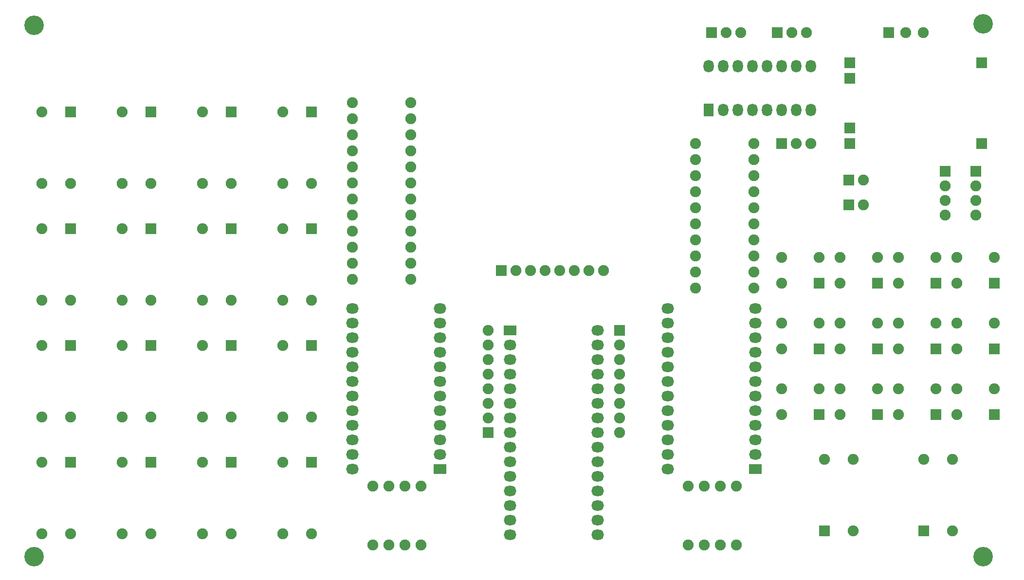
<source format=gbr>
%TF.GenerationSoftware,Altium Limited,Altium Designer,21.4.1 (30)*%
G04 Layer_Color=16711935*
%FSLAX45Y45*%
%MOMM*%
%TF.SameCoordinates,DE4E361F-B2E7-428B-8DBD-4CB4FFEE74F0*%
%TF.FilePolarity,Negative*%
%TF.FileFunction,Soldermask,Bot*%
%TF.Part,Single*%
G01*
G75*
%TA.AperFunction,ComponentPad*%
%ADD22R,1.80000X2.20000*%
%ADD23O,1.80000X2.20000*%
%ADD24R,2.20000X1.80000*%
%ADD25O,2.20000X1.80000*%
%ADD26R,1.90000X1.90000*%
%ADD27C,1.90000*%
%ADD28R,1.90000X1.90000*%
%ADD29C,3.40000*%
D22*
X25374600Y21285201D02*
D03*
D23*
X25628601D02*
D03*
X25882599D02*
D03*
X26136600D02*
D03*
X26390601D02*
D03*
X26644601D02*
D03*
X26898599D02*
D03*
X27152600D02*
D03*
X25374600Y22047200D02*
D03*
X25628601D02*
D03*
X25882599D02*
D03*
X26136600D02*
D03*
X26390601D02*
D03*
X26644601D02*
D03*
X26898599D02*
D03*
X27152600D02*
D03*
D24*
X21920200Y17449800D02*
D03*
X26187399Y15036800D02*
D03*
X20700999D02*
D03*
D25*
X21920200Y17195799D02*
D03*
Y16941800D02*
D03*
Y16687801D02*
D03*
Y16433800D02*
D03*
Y16179800D02*
D03*
Y15925800D02*
D03*
Y15671800D02*
D03*
Y15417799D02*
D03*
Y15163800D02*
D03*
Y14909801D02*
D03*
Y14655800D02*
D03*
Y14401801D02*
D03*
Y14147800D02*
D03*
Y13893800D02*
D03*
X23444200Y17449800D02*
D03*
Y17195799D02*
D03*
Y16941800D02*
D03*
Y16687801D02*
D03*
Y16433800D02*
D03*
Y16179800D02*
D03*
Y15925800D02*
D03*
Y15671800D02*
D03*
Y15417799D02*
D03*
Y15163800D02*
D03*
Y14909801D02*
D03*
Y14655800D02*
D03*
Y14401801D02*
D03*
Y14147800D02*
D03*
Y13893800D02*
D03*
X26187399Y15290800D02*
D03*
Y15544800D02*
D03*
Y15798801D02*
D03*
Y16052800D02*
D03*
Y16306799D02*
D03*
Y16560800D02*
D03*
Y16814799D02*
D03*
Y17068800D02*
D03*
Y17322800D02*
D03*
Y17576801D02*
D03*
Y17830800D02*
D03*
X24663400Y15036800D02*
D03*
Y15290800D02*
D03*
Y15544800D02*
D03*
Y15798801D02*
D03*
Y16052800D02*
D03*
Y16306799D02*
D03*
Y16560800D02*
D03*
Y16814799D02*
D03*
Y17068800D02*
D03*
Y17322800D02*
D03*
Y17576801D02*
D03*
Y17830800D02*
D03*
X19177000D02*
D03*
Y17576801D02*
D03*
Y17322800D02*
D03*
Y17068800D02*
D03*
Y16814799D02*
D03*
Y16560800D02*
D03*
Y16306799D02*
D03*
Y16052800D02*
D03*
Y15798801D02*
D03*
Y15544800D02*
D03*
Y15290800D02*
D03*
Y15036800D02*
D03*
X20700999Y17830800D02*
D03*
Y17576801D02*
D03*
Y17322800D02*
D03*
Y17068800D02*
D03*
Y16814799D02*
D03*
Y16560800D02*
D03*
Y16306799D02*
D03*
Y16052800D02*
D03*
Y15798801D02*
D03*
Y15544800D02*
D03*
Y15290800D02*
D03*
D26*
X25425400Y22631400D02*
D03*
X26644601Y20700999D02*
D03*
X26568399Y22631400D02*
D03*
X27813000Y19634200D02*
D03*
X21767799Y18491200D02*
D03*
X17064799Y17185800D02*
D03*
X14270799Y15153799D02*
D03*
X15667799D02*
D03*
X17064799D02*
D03*
X18461800D02*
D03*
X14270799Y17185800D02*
D03*
X15667799D02*
D03*
X18461800D02*
D03*
X14270799Y19217799D02*
D03*
X15667799D02*
D03*
X17064799D02*
D03*
X18461800D02*
D03*
X14270799Y21249800D02*
D03*
X15667799D02*
D03*
X17064799D02*
D03*
X18461800D02*
D03*
X27385199Y13954601D02*
D03*
X29112399D02*
D03*
X27294400Y15978600D02*
D03*
X28310400D02*
D03*
X29326401D02*
D03*
X30342401D02*
D03*
X27294400Y17121600D02*
D03*
X28310400D02*
D03*
X29326401D02*
D03*
X30342401D02*
D03*
X27294400Y18264600D02*
D03*
X28310400D02*
D03*
X29326401D02*
D03*
X30342401D02*
D03*
X28503601Y22631400D02*
D03*
X27813000Y20066000D02*
D03*
D27*
X25679401Y22631400D02*
D03*
X25933401D02*
D03*
X26898599Y20700999D02*
D03*
X27152600D02*
D03*
X26822400Y22631400D02*
D03*
X27076401D02*
D03*
X28067001Y19634200D02*
D03*
X26164001Y18745200D02*
D03*
X25144000D02*
D03*
Y19303999D02*
D03*
X26164001D02*
D03*
Y18186400D02*
D03*
X25144000D02*
D03*
Y19024600D02*
D03*
X26164001D02*
D03*
X25144000Y18465800D02*
D03*
X26164001D02*
D03*
Y19583400D02*
D03*
X25144000D02*
D03*
Y19862801D02*
D03*
X26164001D02*
D03*
Y20142200D02*
D03*
X25144000D02*
D03*
X26164001Y20421600D02*
D03*
X25144000D02*
D03*
Y20700999D02*
D03*
X26164001D02*
D03*
X23545799Y18491200D02*
D03*
X23291800D02*
D03*
X23037801D02*
D03*
X22783800D02*
D03*
X22529800D02*
D03*
X22275800D02*
D03*
X22021800D02*
D03*
X23825200Y15671800D02*
D03*
Y15925800D02*
D03*
Y16179800D02*
D03*
Y16433800D02*
D03*
Y16687801D02*
D03*
Y16941800D02*
D03*
Y17195799D02*
D03*
X25577800Y13714000D02*
D03*
Y14734000D02*
D03*
X25019000Y13714000D02*
D03*
Y14734000D02*
D03*
X25298399D02*
D03*
Y13714000D02*
D03*
X25857199Y14734000D02*
D03*
Y13714000D02*
D03*
X20195000Y21412199D02*
D03*
X19175000D02*
D03*
X20370799Y14734000D02*
D03*
Y13714000D02*
D03*
X19812000Y14734000D02*
D03*
Y13714000D02*
D03*
X20091400D02*
D03*
Y14734000D02*
D03*
X21539200Y17449800D02*
D03*
Y17195799D02*
D03*
Y16941800D02*
D03*
Y16687801D02*
D03*
Y16433800D02*
D03*
Y16179800D02*
D03*
Y15925800D02*
D03*
X20195000Y18338800D02*
D03*
X19175000D02*
D03*
Y20294600D02*
D03*
X20195000D02*
D03*
X19175000Y19177000D02*
D03*
X20195000D02*
D03*
X19175000Y18618201D02*
D03*
X20195000D02*
D03*
X19175000Y21132800D02*
D03*
X20195000D02*
D03*
Y18897600D02*
D03*
X19175000D02*
D03*
Y20574001D02*
D03*
X20195000D02*
D03*
X19175000Y19735800D02*
D03*
X20195000D02*
D03*
Y20015199D02*
D03*
X19175000D02*
D03*
X20195000Y19456400D02*
D03*
X19175000D02*
D03*
X20195000Y20853400D02*
D03*
X19175000D02*
D03*
X19532600Y13714000D02*
D03*
Y14734000D02*
D03*
X16564799Y17185800D02*
D03*
X17064799Y15935800D02*
D03*
X16564799D02*
D03*
X13770799Y13903799D02*
D03*
X14270799D02*
D03*
X13770799Y15153799D02*
D03*
X15167799D02*
D03*
X15667799Y13903799D02*
D03*
X15167799D02*
D03*
X16564799D02*
D03*
X17064799D02*
D03*
X16564799Y15153799D02*
D03*
X17961800D02*
D03*
X18461800Y13903799D02*
D03*
X17961800D02*
D03*
X13770799Y15935800D02*
D03*
X14270799D02*
D03*
X13770799Y17185800D02*
D03*
X15167799D02*
D03*
X15667799Y15935800D02*
D03*
X15167799D02*
D03*
X17961800Y17185800D02*
D03*
X18461800Y15935800D02*
D03*
X17961800D02*
D03*
X13770799Y17967799D02*
D03*
X14270799D02*
D03*
X13770799Y19217799D02*
D03*
X15167799D02*
D03*
X15667799Y17967799D02*
D03*
X15167799D02*
D03*
X16564799D02*
D03*
X17064799D02*
D03*
X16564799Y19217799D02*
D03*
X17961800D02*
D03*
X18461800Y17967799D02*
D03*
X17961800D02*
D03*
X13770799Y19999800D02*
D03*
X14270799D02*
D03*
X13770799Y21249800D02*
D03*
X15167799D02*
D03*
X15667799Y19999800D02*
D03*
X15167799D02*
D03*
X16564799D02*
D03*
X17064799D02*
D03*
X16564799Y21249800D02*
D03*
X17961800D02*
D03*
X18461800Y19999800D02*
D03*
X17961800D02*
D03*
X27885199Y15204601D02*
D03*
X27385199D02*
D03*
X27885199Y13954601D02*
D03*
X29612399D02*
D03*
X29112399Y15204601D02*
D03*
X29612399D02*
D03*
X27294400Y16428600D02*
D03*
X26644400D02*
D03*
Y15978600D02*
D03*
X27660400D02*
D03*
Y16428600D02*
D03*
X28310400D02*
D03*
X29326401D02*
D03*
X28676401D02*
D03*
Y15978600D02*
D03*
X29692401D02*
D03*
Y16428600D02*
D03*
X30342401D02*
D03*
X27294400Y17571600D02*
D03*
X26644400D02*
D03*
Y17121600D02*
D03*
X27660400D02*
D03*
Y17571600D02*
D03*
X28310400D02*
D03*
X29326401D02*
D03*
X28676401D02*
D03*
Y17121600D02*
D03*
X29692401D02*
D03*
Y17571600D02*
D03*
X30342401D02*
D03*
X27294400Y18714600D02*
D03*
X26644400D02*
D03*
Y18264600D02*
D03*
X27660400D02*
D03*
Y18714600D02*
D03*
X28310400D02*
D03*
X29326401D02*
D03*
X28676401D02*
D03*
Y18264600D02*
D03*
X29692401D02*
D03*
Y18714600D02*
D03*
X30342401D02*
D03*
X29103601Y22631400D02*
D03*
X28803601D02*
D03*
X30022800Y19964400D02*
D03*
Y19456400D02*
D03*
Y19710400D02*
D03*
X29489401D02*
D03*
Y19456400D02*
D03*
Y19964400D02*
D03*
X28067001Y20066000D02*
D03*
D28*
X23825200Y17449800D02*
D03*
X21539200Y15671800D02*
D03*
X30124399Y20700999D02*
D03*
X27824399Y22100999D02*
D03*
X30124399D02*
D03*
X27824399Y21831000D02*
D03*
Y20700999D02*
D03*
Y20971001D02*
D03*
X30022800Y20218401D02*
D03*
X29489401D02*
D03*
D29*
X30149799Y22783800D02*
D03*
X30149799Y13512804D02*
D03*
X13639799Y22758400D02*
D03*
Y13512801D02*
D03*
%TF.MD5,bbf77457bd135fd01ccff2d3899715ef*%
M02*

</source>
